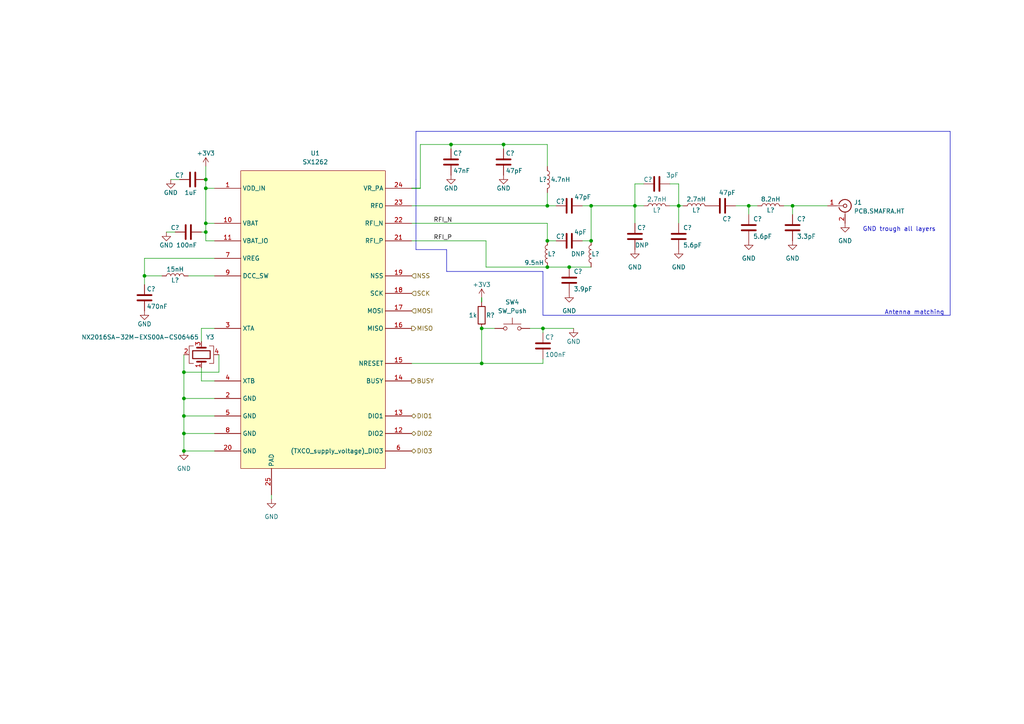
<source format=kicad_sch>
(kicad_sch (version 20230121) (generator eeschema)
  (paper "A4")
  (lib_symbols
    (symbol "Connector:Conn_Coaxial" (pin_names (offset 1.016) hide)
      (property "Reference" "J" (at 0.254 3.048 0))
      (property "Value" "Conn_Coaxial" (at 2.921 0 90))
      (symbol "Conn_Coaxial_0_1"
        (arc (start -1.778 -0.508) (mid 0.2311 -1.8066) (end 1.778 0) (stroke (width 0.254)))
        (polyline (pts (xy -2.54 0) (xy -0.508 0)))
        (polyline (pts (xy 0 -2.54) (xy 0 -1.778)))
        (circle (center 0 0) (radius 0.508) (stroke (width 0.2032)))
        (arc (start 1.778 0) (mid 0.2099 1.8101) (end -1.778 0.508) (stroke (width 0.254)))
      )
      (symbol "Conn_Coaxial_1_1"
        (pin passive line (at -5.08 0 0) (length 2.54) (name "In") (number "1"))
        (pin passive line (at 0 -5.08 90) (length 2.54) (name "Ext") (number "2"))
      )
    )
    (symbol "Device:C" (pin_numbers hide) (pin_names (offset 0.254))
      (property "Reference" "C" (at 0.635 2.54 0))
      (property "Value" "C" (at 0.635 -2.54 0))
      (symbol "C_0_1"
        (polyline (pts (xy -2.032 -0.762) (xy 2.032 -0.762)) (stroke (width 0.508)))
        (polyline (pts (xy -2.032 0.762) (xy 2.032 0.762)) (stroke (width 0.508)))
      )
      (symbol "C_1_1"
        (pin passive line (at 0 3.81 270) (length 2.794) (name "~") (number "1"))
        (pin passive line (at 0 -3.81 90) (length 2.794) (name "~") (number "2"))
      )
    )
    (symbol "Device:Crystal_GND24" (pin_names (offset 1.016) hide)
      (property "Reference" "Y" (at 3.175 5.08 0))
      (property "Value" "Crystal_GND24" (at 3.175 3.175 0))
      (symbol "Crystal_GND24_0_1"
        (rectangle (start -1.143 2.54) (end 1.143 -2.54) (stroke (width 0.3048)))
        (polyline (pts (xy -2.54 0) (xy -2.032 0)))
        (polyline (pts (xy -2.032 -1.27) (xy -2.032 1.27)) (stroke (width 0.508)))
        (polyline (pts (xy 0 -3.81) (xy 0 -3.556)))
        (polyline (pts (xy 0 3.556) (xy 0 3.81)))
        (polyline (pts (xy 2.032 -1.27) (xy 2.032 1.27)) (stroke (width 0.508)))
        (polyline (pts (xy 2.032 0) (xy 2.54 0)))
        (polyline (pts (xy -2.54 -2.286) (xy -2.54 -3.556) (xy 2.54 -3.556) (xy 2.54 -2.286)))
        (polyline (pts (xy -2.54 2.286) (xy -2.54 3.556) (xy 2.54 3.556) (xy 2.54 2.286)))
      )
      (symbol "Crystal_GND24_1_1"
        (pin passive line (at -3.81 0 0) (length 1.27) (name "1") (number "1"))
        (pin passive line (at 0 5.08 270) (length 1.27) (name "2") (number "2"))
        (pin passive line (at 3.81 0 180) (length 1.27) (name "3") (number "3"))
        (pin passive line (at 0 -5.08 90) (length 1.27) (name "4") (number "4"))
      )
    )
    (symbol "Device:L" (pin_numbers hide) (pin_names (offset 1.016) hide)
      (property "Reference" "L" (at -1.27 0 90))
      (property "Value" "L" (at 1.905 0 90))
      (symbol "L_0_1"
        (arc (start 0 -2.54) (mid 0.6323 -1.905) (end 0 -1.27))
        (arc (start 0 -1.27) (mid 0.6323 -0.635) (end 0 0))
        (arc (start 0 0) (mid 0.6323 0.635) (end 0 1.27))
        (arc (start 0 1.27) (mid 0.6323 1.905) (end 0 2.54))
      )
      (symbol "L_1_1"
        (pin passive line (at 0 3.81 270) (length 1.27) (name "1") (number "1"))
        (pin passive line (at 0 -3.81 90) (length 1.27) (name "2") (number "2"))
      )
    )
    (symbol "Device:R" (pin_numbers hide) (pin_names (offset 0))
      (property "Reference" "R" (at 2.032 0 90))
      (property "Value" "R" (at 0 0 90))
      (symbol "R_0_1"
        (rectangle (start -1.016 -2.54) (end 1.016 2.54) (stroke (width 0.254)))
      )
      (symbol "R_1_1"
        (pin passive line (at 0 3.81 270) (length 1.27) (name "~") (number "1"))
        (pin passive line (at 0 -3.81 90) (length 1.27) (name "~") (number "2"))
      )
    )
    (symbol "Switch:SW_Push" (pin_numbers hide) (pin_names (offset 1.016) hide)
      (property "Reference" "SW" (at 1.27 2.54 0))
      (property "Value" "SW_Push" (at 0 -1.524 0))
      (symbol "SW_Push_0_1"
        (circle (center -2.032 0) (radius 0.508))
        (polyline (pts (xy 0 1.27) (xy 0 3.048)))
        (polyline (pts (xy 2.54 1.27) (xy -2.54 1.27)))
        (circle (center 2.032 0) (radius 0.508))
        (pin passive line (at -5.08 0 0) (length 2.54) (name "1") (number "1"))
        (pin passive line (at 5.08 0 180) (length 2.54) (name "2") (number "2"))
      )
    )
    (symbol "custom_library:SX1262"
      (property "Reference" "U1" (at 29.21 86.36 0))
      (property "Value" "SX1262" (at 29.21 83.82 0))
      (symbol "SX1262_1_0"
        (rectangle (start 7.62 81.28) (end 49.53 -5.08) (fill (type background)))
        (pin passive line (at 0 76.2 0) (length 7.62) (name "VDD_IN") (number "1"))
        (pin passive line (at 0 66.04 0) (length 7.62) (name "VBAT") (number "10"))
        (pin passive line (at 0 60.96 0) (length 7.62) (name "VBAT_IO") (number "11"))
        (pin passive line (at 57.15 5.08 180) (length 7.62) (name "DIO2") (number "12"))
        (pin passive line (at 57.15 10.16 180) (length 7.62) (name "DIO1") (number "13"))
        (pin passive line (at 57.15 20.32 180) (length 7.62) (name "BUSY") (number "14"))
        (pin passive line (at 57.15 25.4 180) (length 7.62) (name "NRESET") (number "15"))
        (pin passive line (at 57.15 35.56 180) (length 7.62) (name "MISO") (number "16"))
        (pin passive line (at 57.15 40.64 180) (length 7.62) (name "MOSI") (number "17"))
        (pin passive line (at 57.15 45.72 180) (length 7.62) (name "SCK") (number "18"))
        (pin passive line (at 57.15 50.8 180) (length 7.62) (name "NSS") (number "19"))
        (pin passive line (at 0 15.24 0) (length 7.62) (name "GND") (number "2"))
        (pin passive line (at 0 0 0) (length 7.62) (name "GND") (number "20"))
        (pin passive line (at 57.15 60.96 180) (length 7.62) (name "RFI_P") (number "21"))
        (pin passive line (at 57.15 66.04 180) (length 7.62) (name "RFI_N") (number "22"))
        (pin passive line (at 57.15 71.12 180) (length 7.62) (name "RFO") (number "23"))
        (pin passive line (at 57.15 76.2 180) (length 7.62) (name "VR_PA") (number "24"))
        (pin passive line (at 0 35.56 0) (length 7.62) (name "XTA") (number "3"))
        (pin passive line (at 0 20.32 0) (length 7.62) (name "XTB") (number "4"))
        (pin passive line (at 0 10.16 0) (length 7.62) (name "GND") (number "5"))
        (pin passive line (at 57.15 0 180) (length 7.62) (name "(TXCO_supply_voltage)_DIO3") (number "6"))
        (pin passive line (at 0 55.88 0) (length 7.62) (name "VREG") (number "7"))
        (pin passive line (at 0 5.08 0) (length 7.62) (name "GND") (number "8"))
        (pin passive line (at 0 50.8 0) (length 7.62) (name "DCC_SW") (number "9"))
      )
      (symbol "SX1262_1_1"
        (pin passive line (at 16.51 -12.7 90) (length 7.62) (name "PAD") (number "25"))
      )
    )
    (symbol "power:+3V3" (power) (pin_names (offset 0))
      (property "Value" "+3V3" (at 0 3.556 0))
      (symbol "+3V3_0_1"
        (polyline (pts (xy -0.762 1.27) (xy 0 2.54)))
        (polyline (pts (xy 0 0) (xy 0 2.54)))
        (polyline (pts (xy 0 2.54) (xy 0.762 1.27)))
      )
      (symbol "+3V3_1_1"
        (pin power_in line (at 0 0 90) (length 0) hide (name "+3V3") (number "1"))
      )
    )
    (symbol "power:GND" (power) (pin_names (offset 0))
      (property "Value" "GND" (at 0 -3.81 0))
      (symbol "GND_0_1"
        (polyline (pts (xy 0 0) (xy 0 -1.27) (xy 1.27 -1.27) (xy 0 -2.54) (xy -1.27 -1.27) (xy 0 -1.27)))
      )
      (symbol "GND_1_1"
        (pin power_in line (at 0 0 270) (length 0) hide (name "GND") (number "1"))
      )
    )
  )
  (junction (at 158.75 59.69))
  (junction (at 196.85 59.69))
  (junction (at 59.69 52.07))
  (junction (at 139.7 95.25))
  (junction (at 139.7 105.41))
  (junction (at 184.15 59.69))
  (junction (at 165.1 77.47))
  (junction (at 130.81 41.91))
  (junction (at 59.69 54.61))
  (junction (at 158.75 77.47))
  (junction (at 53.34 107.95))
  (junction (at 217.17 59.69))
  (junction (at 158.75 69.85))
  (junction (at 146.05 41.91))
  (junction (at 53.34 120.65))
  (junction (at 157.48 95.25))
  (junction (at 41.91 80.01))
  (junction (at 59.69 67.31))
  (junction (at 53.34 130.81))
  (junction (at 59.69 64.77))
  (junction (at 171.45 69.85))
  (junction (at 53.34 115.57))
  (junction (at 171.45 59.69))
  (junction (at 53.34 125.73))
  (junction (at 229.87 59.69))
  (wire (pts (xy 53.34 125.73) (xy 62.23 125.73)))
  (wire (pts (xy 41.91 74.93) (xy 41.91 80.01)))
  (wire (pts (xy 171.45 59.69) (xy 184.15 59.69)))
  (wire (pts (xy 41.91 82.55) (xy 41.91 80.01)))
  (wire (pts (xy 184.15 59.69) (xy 186.69 59.69)))
  (polyline (pts (xy 157.48 91.44) (xy 157.48 78.74)))
  (wire (pts (xy 58.42 110.49) (xy 62.23 110.49)))
  (wire (pts (xy 48.26 67.31) (xy 50.8 67.31)))
  (wire (pts (xy 53.34 125.73) (xy 53.34 130.81)))
  (wire (pts (xy 196.85 53.34) (xy 196.85 59.69)))
  (wire (pts (xy 196.85 59.69) (xy 196.85 64.77)))
  (wire (pts (xy 140.97 69.85) (xy 140.97 77.47)))
  (wire (pts (xy 198.12 59.69) (xy 196.85 59.69)))
  (wire (pts (xy 139.7 95.25) (xy 143.51 95.25)))
  (polyline (pts (xy 129.54 78.74) (xy 129.54 72.39)))
  (wire (pts (xy 53.34 115.57) (xy 53.34 120.65)))
  (wire (pts (xy 119.38 59.69) (xy 158.75 59.69)))
  (wire (pts (xy 217.17 62.23) (xy 217.17 59.69)))
  (wire (pts (xy 158.75 59.69) (xy 161.29 59.69)))
  (wire (pts (xy 157.48 95.25) (xy 166.37 95.25)))
  (wire (pts (xy 53.34 102.87) (xy 53.34 107.95)))
  (wire (pts (xy 168.91 69.85) (xy 171.45 69.85)))
  (wire (pts (xy 119.38 105.41) (xy 139.7 105.41)))
  (wire (pts (xy 54.61 80.01) (xy 62.23 80.01)))
  (wire (pts (xy 59.69 48.26) (xy 59.69 52.07)))
  (wire (pts (xy 58.42 67.31) (xy 59.69 67.31)))
  (wire (pts (xy 194.31 59.69) (xy 196.85 59.69)))
  (wire (pts (xy 158.75 64.77) (xy 158.75 69.85)))
  (polyline (pts (xy 275.59 91.44) (xy 157.48 91.44)))
  (wire (pts (xy 59.69 52.07) (xy 59.69 54.61)))
  (wire (pts (xy 58.42 95.25) (xy 58.42 99.06)))
  (wire (pts (xy 62.23 64.77) (xy 59.69 64.77)))
  (wire (pts (xy 119.38 54.61) (xy 121.92 54.61)) (stroke (width 0.254)))
  (wire (pts (xy 184.15 64.77) (xy 184.15 59.69)))
  (wire (pts (xy 119.38 64.77) (xy 158.75 64.77)))
  (wire (pts (xy 53.34 107.95) (xy 53.34 115.57)))
  (wire (pts (xy 41.91 80.01) (xy 46.99 80.01)))
  (wire (pts (xy 184.15 53.34) (xy 184.15 59.69)))
  (polyline (pts (xy 275.59 38.1) (xy 275.59 91.44)))
  (wire (pts (xy 121.92 54.61) (xy 121.92 41.91)))
  (wire (pts (xy 59.69 69.85) (xy 62.23 69.85)))
  (wire (pts (xy 146.05 41.91) (xy 158.75 41.91)))
  (polyline (pts (xy 120.65 52.07) (xy 120.65 72.39)))
  (wire (pts (xy 59.69 54.61) (xy 59.69 64.77)))
  (wire (pts (xy 184.15 53.34) (xy 186.69 53.34)))
  (wire (pts (xy 171.45 59.69) (xy 168.91 59.69)))
  (wire (pts (xy 158.75 69.85) (xy 161.29 69.85)))
  (wire (pts (xy 153.67 95.25) (xy 157.48 95.25)))
  (wire (pts (xy 146.05 43.18) (xy 146.05 41.91)))
  (wire (pts (xy 158.75 77.47) (xy 165.1 77.47)))
  (polyline (pts (xy 120.65 52.07) (xy 120.65 38.1)))
  (polyline (pts (xy 129.54 72.39) (xy 120.65 72.39)))
  (wire (pts (xy 229.87 62.23) (xy 229.87 59.69)))
  (wire (pts (xy 213.36 59.69) (xy 217.17 59.69)))
  (wire (pts (xy 157.48 105.41) (xy 139.7 105.41)))
  (wire (pts (xy 53.34 115.57) (xy 62.23 115.57)))
  (wire (pts (xy 130.81 43.18) (xy 130.81 41.91)))
  (wire (pts (xy 58.42 106.68) (xy 58.42 110.49)))
  (wire (pts (xy 53.34 120.65) (xy 62.23 120.65)))
  (wire (pts (xy 78.74 143.51) (xy 78.74 144.78)))
  (polyline (pts (xy 157.48 78.74) (xy 129.54 78.74)))
  (wire (pts (xy 119.38 69.85) (xy 140.97 69.85)))
  (wire (pts (xy 157.48 95.25) (xy 157.48 96.52)))
  (wire (pts (xy 52.07 52.07) (xy 49.53 52.07)))
  (wire (pts (xy 58.42 95.25) (xy 62.23 95.25)))
  (wire (pts (xy 139.7 86.36) (xy 139.7 87.63)) (stroke (width 0.254)))
  (wire (pts (xy 59.69 67.31) (xy 59.69 69.85)))
  (wire (pts (xy 53.34 107.95) (xy 63.5 107.95)))
  (wire (pts (xy 53.34 130.81) (xy 62.23 130.81)))
  (wire (pts (xy 130.81 41.91) (xy 146.05 41.91)))
  (wire (pts (xy 227.33 59.69) (xy 229.87 59.69)))
  (wire (pts (xy 121.92 41.91) (xy 130.81 41.91)))
  (wire (pts (xy 140.97 77.47) (xy 158.75 77.47)))
  (wire (pts (xy 139.7 105.41) (xy 139.7 95.25)))
  (wire (pts (xy 59.69 54.61) (xy 62.23 54.61)))
  (wire (pts (xy 53.34 120.65) (xy 53.34 125.73)))
  (wire (pts (xy 229.87 59.69) (xy 240.03 59.69)))
  (wire (pts (xy 194.31 53.34) (xy 196.85 53.34)))
  (wire (pts (xy 165.1 77.47) (xy 171.45 77.47)))
  (wire (pts (xy 158.75 55.88) (xy 158.75 59.69)))
  (wire (pts (xy 157.48 104.14) (xy 157.48 105.41)))
  (wire (pts (xy 158.75 41.91) (xy 158.75 48.26)))
  (wire (pts (xy 171.45 59.69) (xy 171.45 69.85)))
  (wire (pts (xy 62.23 74.93) (xy 41.91 74.93)))
  (wire (pts (xy 59.69 64.77) (xy 59.69 67.31)))
  (polyline (pts (xy 120.65 38.1) (xy 275.59 38.1)))
  (wire (pts (xy 63.5 102.87) (xy 63.5 107.95)))
  (wire (pts (xy 219.71 59.69) (xy 217.17 59.69)))
  (text "GND trough all layers" (at 250.19 67.31 0) (effects (font (size 1.27 1.27)) (justify left bottom)))
  (text "Antenna matching" (at 256.54 91.44 0) (effects (font (size 1.27 1.27)) (justify left bottom)))
  (label "RFI_N" (at 125.73 64.77 0))
  (label "RFI_P" (at 125.73 69.85 0))
  (hierarchical_label "BUSY" (shape output) (at 119.38 110.49 0))
  (hierarchical_label "MOSI" (shape input) (at 119.38 90.17 0))
  (hierarchical_label "DIO3" (shape bidirectional) (at 119.38 130.81 0))
  (hierarchical_label "SCK" (shape input) (at 119.38 85.09 0))
  (hierarchical_label "MISO" (shape output) (at 119.38 95.25 0))
  (hierarchical_label "DIO1" (shape bidirectional) (at 119.38 120.65 0))
  (hierarchical_label "DIO2" (shape bidirectional) (at 119.38 125.73 0))
  (hierarchical_label "NSS" (shape input) (at 119.38 80.01 0))
  (symbol (lib_id "Device:C") (at 165.1 81.28 0) (unit 1)
    (property "Reference" "C?" (at 166.37 78.74 0) (effects (justify left)))
    (property "Value" "3.9pF" (at 166.37 83.82 0) (effects (justify left)))
    (property "Footprint" "Capacitor_SMD:C_0603_1608Metric_Pad1.08x0.95mm_HandSolder" (effects hide))
    (property "Datasheet" "0603N3R9B500CT" (effects hide))
    (instances (project "mainboard" (path "" (reference "C?") (unit 1))) (project "transceiver_board" (path "" (reference "C9") (unit 1))) (project "transceiver" (path "" (reference "C?") (unit 1))))
  )
  (symbol (lib_id "Device:L") (at 50.8 80.01 90) (unit 1)
    (property "Reference" "L?" (at 50.8 81.28 90))
    (property "Value" "15nH" (at 50.8 78.105 90))
    (property "Footprint" "Inductor_SMD:L_0603_1608Metric_Pad1.05x0.95mm_HandSolder" (effects hide))
    (property "PUBLISHED" "8-Jun-2000" (effects hide))
    (property "LATESTREVISIONDATE" "29-May-2009" (effects hide))
    (property "LATESTREVISIONNOTE" "IPC-7351 Footprint Added." (effects hide))
    (property "PACKAGEREFERENCE" "0402-A" (effects hide))
    (property "PUBLISHER" "Altium Limited" (effects hide))
    (property "PACKAGEDESCRIPTION" "Chip Inductor" (effects hide))
    (property "CODE_JEITA" "0402" (effects hide))
    (property "CODE_IEC" "1005" (effects hide))
    (property "ALTIUM_VALUE" "15uH" (effects hide))
    (instances (project "mainboard" (path "" (reference "L?") (unit 1))) (project "transceiver_board" (path "" (reference "L1") (unit 1))) (project "transceiver" (path "" (reference "L?") (unit 1))))
  )
  (symbol (lib_id "Device:L") (at 158.75 52.07 0) (unit 1)
    (property "Reference" "L?" (at 157.48 52.07 0))
    (property "Value" "4.7nH" (at 162.56 52.07 0))
    (property "Footprint" "Inductor_SMD:L_0603_1608Metric_Pad1.05x0.95mm_HandSolder" (effects hide))
    (property "Datasheet" "LQG18HN4N7S00D" (effects hide))
    (property "PUBLISHED" "8-Jun-2000" (effects hide))
    (property "LATESTREVISIONDATE" "29-May-2009" (effects hide))
    (property "LATESTREVISIONNOTE" "IPC-7351 Footprint Added." (effects hide))
    (property "PACKAGEREFERENCE" "0402-A" (effects hide))
    (property "PUBLISHER" "Altium Limited" (effects hide))
    (property "PACKAGEDESCRIPTION" "Chip Inductor" (effects hide))
    (property "CODE_JEITA" "0402" (effects hide))
    (property "CODE_IEC" "1005" (effects hide))
    (property "ALTIUM_VALUE" "4.7nH" (effects hide))
    (instances (project "mainboard" (path "" (reference "L?") (unit 1))) (project "transceiver_board" (path "" (reference "L2") (unit 1))) (project "transceiver" (path "" (reference "L?") (unit 1))))
  )
  (symbol (lib_id "Device:C") (at 165.1 59.69 90) (unit 1)
    (property "Reference" "C?" (at 163.83 58.42 90) (effects (justify left)))
    (property "Value" "47pF" (at 171.45 57.15 90) (effects (justify left)))
    (property "Footprint" "Capacitor_SMD:C_0402_1005Metric_Pad0.74x0.62mm_HandSolder" (effects hide))
    (instances (project "mainboard" (path "" (reference "C?") (unit 1))) (project "transceiver_board" (path "" (reference "C7") (unit 1))) (project "transceiver" (path "" (reference "C?") (unit 1))))
  )
  (symbol (lib_id "Device:C") (at 184.15 68.58 0) (unit 1)
    (property "Reference" "C?" (at 184.785 66.04 0) (effects (justify left)))
    (property "Value" "DNP" (at 184.15 71.12 0) (effects (justify left)))
    (property "Footprint" "Capacitor_SMD:C_0402_1005Metric_Pad0.74x0.62mm_HandSolder" (effects hide))
    (instances (project "mainboard" (path "" (reference "C?") (unit 1))) (project "transceiver_board" (path "" (reference "C10") (unit 1))) (project "transceiver" (path "" (reference "C?") (unit 1))))
  )
  (symbol (lib_id "Device:C") (at 41.91 86.36 0) (unit 1)
    (property "Reference" "C?" (at 42.545 83.82 0) (effects (justify left)))
    (property "Value" "470nF" (at 42.545 88.9 0) (effects (justify left)))
    (property "Footprint" "Capacitor_SMD:C_0603_1608Metric_Pad1.08x0.95mm_HandSolder" (effects hide))
    (property "PUBLISHED" "8-Jun-2000" (effects hide))
    (property "LATESTREVISIONDATE" "29-May-2009" (effects hide))
    (property "LATESTREVISIONNOTE" "IPC-7351 Footprint Added." (effects hide))
    (property "PACKAGEREFERENCE" "C1206" (effects hide))
    (property "PUBLISHER" "Altium Limited" (effects hide))
    (property "PACKAGEDESCRIPTION" "Chip Capacitor" (effects hide))
    (property "ALTIUM_VALUE" "470nF" (effects hide))
    (instances (project "mainboard" (path "" (reference "C?") (unit 1))) (project "transceiver_board" (path "" (reference "C2") (unit 1))) (project "transceiver" (path "" (reference "C?") (unit 1))))
  )
  (symbol (lib_id "Device:L") (at 158.75 73.66 180) (unit 1)
    (property "Reference" "L?" (at 160.02 73.66 0))
    (property "Value" "9.5nH" (at 154.94 76.2 0))
    (property "Footprint" "Inductor_SMD:L_0603_1608Metric_Pad1.05x0.95mm_HandSolder" (effects hide))
    (property "Datasheet" "LQW18AN8N2G80D" (effects hide))
    (property "PUBLISHED" "8-Jun-2000" (effects hide))
    (property "LATESTREVISIONDATE" "29-May-2009" (effects hide))
    (property "LATESTREVISIONNOTE" "IPC-7351 Footprint Added." (effects hide))
    (property "PACKAGEREFERENCE" "0402-A" (effects hide))
    (property "PUBLISHER" "Altium Limited" (effects hide))
    (property "PACKAGEDESCRIPTION" "Chip Inductor" (effects hide))
    (property "CODE_JEITA" "0402" (effects hide))
    (property "CODE_IEC" "1005" (effects hide))
    (property "ALTIUM_VALUE" "15uH" (effects hide))
    (instances (project "mainboard" (path "" (reference "L?") (unit 1))) (project "transceiver_board" (path "" (reference "L3") (unit 1))) (project "transceiver" (path "" (reference "L?") (unit 1))))
  )
  (symbol (lib_id "Device:C") (at 209.55 59.69 90) (unit 1)
    (property "Reference" "C?" (at 212.09 63.5 90) (effects (justify left)))
    (property "Value" "47pF" (at 213.36 55.88 90) (effects (justify left)))
    (property "Footprint" "Capacitor_SMD:C_0402_1005Metric_Pad0.74x0.62mm_HandSolder" (effects hide))
    (property "Datasheet" "04025A470JAT2A" (effects hide))
    (instances (project "mainboard" (path "" (reference "C?") (unit 1))) (project "transceiver_board" (path "" (reference "C13") (unit 1))) (project "transceiver" (path "" (reference "C?") (unit 1))))
  )
  (symbol (lib_id "Device:C") (at 229.87 66.04 0) (unit 1)
    (property "Reference" "C?" (at 231.14 63.5 0) (effects (justify left)))
    (property "Value" "3.3pF" (at 231.14 68.58 0) (effects (justify left)))
    (property "Footprint" "Capacitor_SMD:C_0603_1608Metric_Pad1.08x0.95mm_HandSolder" (effects hide))
    (property "Datasheet" "06035A3R3BAT2A" (effects hide))
    (instances (project "mainboard" (path "" (reference "C?") (unit 1))) (project "transceiver_board" (path "" (reference "C15") (unit 1))) (project "transceiver" (path "" (reference "C?") (unit 1))))
  )
  (symbol (lib_id "power:GND") (at 146.05 50.8 0) (unit 1)
    (property "Reference" "#PWR?" (effects hide))
    (property "Value" "GND" (at 146.05 54.61 0))
    (instances (project "mainboard" (path "" (reference "#PWR?") (unit 1))) (project "transceiver_board" (path "" (reference "#PWR09") (unit 1))) (project "transceiver" (path "" (reference "#PWR?") (unit 1))))
  )
  (symbol (lib_id "Device:Crystal_GND24") (at 58.42 102.87 90) (unit 1)
    (property "Reference" "Y3" (at 60.96 97.79 90))
    (property "Value" "NX2016SA-32M-EXS00A-CS06465" (at 40.64 97.79 90))
    (property "Footprint" "custom:NX2016SA-32M-EXS00A-CS06465" (effects hide))
    (property "Datasheet" "https://www.mouser.ee/datasheet/2/905/ndk_08142018_NX2016SA-32M-EXS00A-CS06465_SS-1389053.pdf" (effects hide))
  )
  (symbol (lib_id "power:GND") (at 49.53 52.07 0) (unit 1)
    (property "Reference" "#PWR?" (effects hide))
    (property "Value" "GND" (at 49.53 55.88 0))
    (instances (project "mainboard" (path "" (reference "#PWR?") (unit 1))) (project "transceiver_board" (path "" (reference "#PWR03") (unit 1))) (project "transceiver" (path "" (reference "#PWR?") (unit 1))))
  )
  (symbol (lib_id "Device:C") (at 130.81 46.99 0) (unit 1)
    (property "Reference" "C?" (at 131.445 44.45 0) (effects (justify left)))
    (property "Value" "47nF" (at 131.445 49.53 0) (effects (justify left)))
    (property "Footprint" "Capacitor_SMD:C_0402_1005Metric_Pad0.74x0.62mm_HandSolder" (effects hide))
    (property "Datasheet" "CC0402JRX7R7BB473" (effects hide))
    (property "PUBLISHED" "8-Jun-2000" (effects hide))
    (property "LATESTREVISIONDATE" "29-May-2009" (effects hide))
    (property "LATESTREVISIONNOTE" "IPC-7351 Footprint Added." (effects hide))
    (property "PACKAGEREFERENCE" "C1206" (effects hide))
    (property "PUBLISHER" "Altium Limited" (effects hide))
    (property "PACKAGEDESCRIPTION" "Chip Capacitor" (effects hide))
    (property "ALTIUM_VALUE" "47nF" (effects hide))
    (instances (project "mainboard" (path "" (reference "C?") (unit 1))) (project "transceiver_board" (path "" (reference "C5") (unit 1))) (project "transceiver" (path "" (reference "C?") (unit 1))))
  )
  (symbol (lib_id "Switch:SW_Push") (at 148.59 95.25 0) (unit 1)
    (property "Reference" "SW4" (at 148.59 87.63 0))
    (property "Value" "SW_Push" (at 148.59 90.17 0))
    (property "Footprint" "Button_Switch_SMD:SW_SPST_EVQQ2" (effects hide))
  )
  (symbol (lib_id "Device:L") (at 223.52 59.69 90) (unit 1)
    (property "Reference" "L?" (at 223.52 60.96 90))
    (property "Value" "8.2nH" (at 223.52 57.785 90))
    (property "Footprint" "Inductor_SMD:L_0603_1608Metric_Pad1.05x0.95mm_HandSolder" (effects hide))
    (property "Datasheet" "LQW18AN8N2G80D" (effects hide))
    (property "PUBLISHED" "8-Jun-2000" (effects hide))
    (property "LATESTREVISIONDATE" "29-May-2009" (effects hide))
    (property "LATESTREVISIONNOTE" "IPC-7351 Footprint Added." (effects hide))
    (property "PACKAGEREFERENCE" "0402-A" (effects hide))
    (property "PUBLISHER" "Altium Limited" (effects hide))
    (property "PACKAGEDESCRIPTION" "Chip Inductor" (effects hide))
    (property "CODE_JEITA" "0402" (effects hide))
    (property "CODE_IEC" "1005" (effects hide))
    (property "ALTIUM_VALUE" "15uH" (effects hide))
    (instances (project "mainboard" (path "" (reference "L?") (unit 1))) (project "transceiver_board" (path "" (reference "L7") (unit 1))) (project "transceiver" (path "" (reference "L?") (unit 1))))
  )
  (symbol (lib_id "power:GND") (at 184.15 72.39 0) (unit 1)
    (property "Reference" "#PWR01" (effects hide))
    (property "Value" "GND" (at 184.15 77.47 0))
    (instances (project "mainboard" (path "" (reference "#PWR01") (unit 1))) (project "transceiver_board" (path "" (reference "#PWR011") (unit 1))) (project "transceiver" (path "" (reference "#PWR01") (unit 1))))
  )
  (symbol (lib_id "Device:L") (at 171.45 73.66 180) (unit 1)
    (property "Reference" "L?" (at 172.72 73.66 0))
    (property "Value" "DNP" (at 167.64 73.66 0))
    (property "Footprint" "Inductor_SMD:L_0603_1608Metric_Pad1.05x0.95mm_HandSolder" (effects hide))
    (property "PUBLISHED" "8-Jun-2000" (effects hide))
    (property "LATESTREVISIONDATE" "29-May-2009" (effects hide))
    (property "LATESTREVISIONNOTE" "IPC-7351 Footprint Added." (effects hide))
    (property "PACKAGEREFERENCE" "0402-A" (effects hide))
    (property "PUBLISHER" "Altium Limited" (effects hide))
    (property "PACKAGEDESCRIPTION" "Chip Inductor" (effects hide))
    (property "CODE_JEITA" "0402" (effects hide))
    (property "CODE_IEC" "1005" (effects hide))
    (property "ALTIUM_VALUE" "15uH" (effects hide))
    (instances (project "mainboard" (path "" (reference "L?") (unit 1))) (project "transceiver_board" (path "" (reference "L4") (unit 1))) (project "transceiver" (path "" (reference "L?") (unit 1))))
  )
  (symbol (lib_id "Device:C") (at 217.17 66.04 0) (unit 1)
    (property "Reference" "C?" (at 218.44 63.5 0) (effects (justify left)))
    (property "Value" "5.6pF" (at 218.44 68.58 0) (effects (justify left)))
    (property "Footprint" "Capacitor_SMD:C_0402_1005Metric_Pad0.74x0.62mm_HandSolder" (effects hide))
    (property "Datasheet" "GCM1555C1H5R6BA16D" (effects hide))
    (instances (project "mainboard" (path "" (reference "C?") (unit 1))) (project "transceiver_board" (path "" (reference "C14") (unit 1))) (project "transceiver" (path "" (reference "C?") (unit 1))))
  )
  (symbol (lib_id "Device:L") (at 190.5 59.69 90) (unit 1)
    (property "Reference" "L?" (at 190.5 60.96 90))
    (property "Value" "2.7nH" (at 190.5 57.785 90))
    (property "Footprint" "Inductor_SMD:L_0603_1608Metric_Pad1.05x0.95mm_HandSolder" (effects hide))
    (property "Datasheet" "LQG18HN2N7S00D" (effects hide))
    (property "PUBLISHED" "8-Jun-2000" (effects hide))
    (property "LATESTREVISIONDATE" "29-May-2009" (effects hide))
    (property "LATESTREVISIONNOTE" "IPC-7351 Footprint Added." (effects hide))
    (property "PACKAGEREFERENCE" "0402-A" (effects hide))
    (property "PUBLISHER" "Altium Limited" (effects hide))
    (property "PACKAGEDESCRIPTION" "Chip Inductor" (effects hide))
    (property "CODE_JEITA" "0402" (effects hide))
    (property "CODE_IEC" "1005" (effects hide))
    (property "ALTIUM_VALUE" "15uH" (effects hide))
    (instances (project "mainboard" (path "" (reference "L?") (unit 1))) (project "transceiver_board" (path "" (reference "L5") (unit 1))) (project "transceiver" (path "" (reference "L?") (unit 1))))
  )
  (symbol (lib_id "Device:C") (at 146.05 46.99 0) (unit 1)
    (property "Reference" "C?" (at 146.685 44.45 0) (effects (justify left)))
    (property "Value" "47pF" (at 146.685 49.53 0) (effects (justify left)))
    (property "Footprint" "Capacitor_SMD:C_0402_1005Metric_Pad0.74x0.62mm_HandSolder" (effects hide))
    (property "Datasheet" "04025A470JAT2A" (effects hide))
    (property "PUBLISHED" "8-Jun-2000" (effects hide))
    (property "LATESTREVISIONDATE" "29-May-2009" (effects hide))
    (property "LATESTREVISIONNOTE" "IPC-7351 Footprint Added." (effects hide))
    (property "PACKAGEREFERENCE" "C1206" (effects hide))
    (property "PUBLISHER" "Altium Limited" (effects hide))
    (property "PACKAGEDESCRIPTION" "Chip Capacitor" (effects hide))
    (property "ALTIUM_VALUE" "47pF" (effects hide))
    (instances (project "mainboard" (path "" (reference "C?") (unit 1))) (project "transceiver_board" (path "" (reference "C6") (unit 1))) (project "transceiver" (path "" (reference "C?") (unit 1))))
  )
  (symbol (lib_id "Device:C") (at 190.5 53.34 90) (unit 1)
    (property "Reference" "C?" (at 189.23 52.07 90) (effects (justify left)))
    (property "Value" "3pF" (at 196.85 50.8 90) (effects (justify left)))
    (property "Footprint" "Capacitor_SMD:C_0402_1005Metric_Pad0.74x0.62mm_HandSolder" (effects hide))
    (property "Datasheet" "CBR04C309B5GAC" (effects hide))
    (instances (project "mainboard" (path "" (reference "C?") (unit 1))) (project "transceiver_board" (path "" (reference "C11") (unit 1))) (project "transceiver" (path "" (reference "C?") (unit 1))))
  )
  (symbol (lib_id "Device:C") (at 54.61 67.31 90) (unit 1)
    (property "Reference" "C?" (at 52.07 66.04 90) (effects (justify left)))
    (property "Value" "100nF" (at 57.15 71.12 90) (effects (justify left)))
    (property "Footprint" "Capacitor_SMD:C_0603_1608Metric_Pad1.08x0.95mm_HandSolder" (effects hide))
    (property "PUBLISHED" "8-Jun-2000" (effects hide))
    (property "LATESTREVISIONDATE" "29-May-2009" (effects hide))
    (property "LATESTREVISIONNOTE" "IPC-7351 Footprint Added." (effects hide))
    (property "PACKAGEREFERENCE" "C1206" (effects hide))
    (property "PUBLISHER" "Altium Limited" (effects hide))
    (property "PACKAGEDESCRIPTION" "Chip Capacitor" (effects hide))
    (property "ALTIUM_VALUE" "100nF" (effects hide))
    (instances (project "mainboard" (path "" (reference "C?") (unit 1))) (project "transceiver_board" (path "" (reference "C3") (unit 1))) (project "transceiver" (path "" (reference "C?") (unit 1))))
  )
  (symbol (lib_id "Connector:Conn_Coaxial") (at 245.11 59.69 0) (unit 1)
    (property "Reference" "J1" (at 247.65 58.7132 0) (effects (justify left)))
    (property "Value" "PCB.SMAFRA.HT" (at 247.65 61.2532 0) (effects (justify left)))
    (property "Footprint" "Connector_Coaxial:SMA_Amphenol_901-143_Horizontal" (effects hide))
    (property "Datasheet" "https://www.mouser.ee/datasheet/2/398/PCB_SMAFRA_HT-3137267.pdf" (effects hide))
  )
  (symbol (lib_id "power:GND") (at 165.1 85.09 0) (unit 1)
    (property "Reference" "#PWR06" (effects hide))
    (property "Value" "GND" (at 165.1 90.17 0))
    (instances (project "mainboard" (path "" (reference "#PWR06") (unit 1))) (project "transceiver_board" (path "" (reference "#PWR010") (unit 1))) (project "transceiver" (path "" (reference "#PWR06") (unit 1))))
  )
  (symbol (lib_id "power:GND") (at 196.85 72.39 0) (unit 1)
    (property "Reference" "#PWR02" (effects hide))
    (property "Value" "GND" (at 196.85 77.47 0))
    (instances (project "mainboard" (path "" (reference "#PWR02") (unit 1))) (project "transceiver_board" (path "" (reference "#PWR012") (unit 1))) (project "transceiver" (path "" (reference "#PWR02") (unit 1))))
  )
  (symbol (lib_id "power:+3V3") (at 139.7 86.36 0) (unit 1)
    (property "Reference" "#PWR07" (effects hide))
    (property "Value" "+3V3" (at 139.7 82.55 0))
    (instances (project "mainboard" (path "" (reference "#PWR07") (unit 1)) (path "" (reference "#PWR010") (unit 1))) (project "transceiver_board" (path "" (reference "#PWR06") (unit 1))) (project "transceiver" (path "" (reference "#PWR07") (unit 1))))
  )
  (symbol (lib_id "Device:C") (at 196.85 68.58 0) (unit 1)
    (property "Reference" "C?" (at 198.12 66.04 0) (effects (justify left)))
    (property "Value" "5.6pF" (at 198.12 71.12 0) (effects (justify left)))
    (property "Footprint" "Capacitor_SMD:C_0402_1005Metric_Pad0.74x0.62mm_HandSolder" (effects hide))
    (property "Datasheet" "GCM1555C1H5R6BA16D" (effects hide))
    (instances (project "mainboard" (path "" (reference "C?") (unit 1))) (project "transceiver_board" (path "" (reference "C12") (unit 1))) (project "transceiver" (path "" (reference "C?") (unit 1))))
  )
  (symbol (lib_id "power:GND") (at 245.11 64.77 0) (unit 1)
    (property "Reference" "#PWR05" (effects hide))
    (property "Value" "GND" (at 245.11 69.85 0))
    (instances (project "mainboard" (path "" (reference "#PWR05") (unit 1))) (project "transceiver_board" (path "" (reference "#PWR015") (unit 1))) (project "transceiver" (path "" (reference "#PWR05") (unit 1))))
  )
  (symbol (lib_id "power:GND") (at 217.17 69.85 0) (unit 1)
    (property "Reference" "#PWR03" (effects hide))
    (property "Value" "GND" (at 217.17 74.93 0))
    (instances (project "mainboard" (path "" (reference "#PWR03") (unit 1))) (project "transceiver_board" (path "" (reference "#PWR013") (unit 1))) (project "transceiver" (path "" (reference "#PWR03") (unit 1))))
  )
  (symbol (lib_id "power:GND") (at 41.91 90.17 0) (unit 1)
    (property "Reference" "#PWR?" (effects hide))
    (property "Value" "GND" (at 41.91 93.98 0))
    (instances (project "mainboard" (path "" (reference "#PWR?") (unit 1))) (project "transceiver_board" (path "" (reference "#PWR01") (unit 1))) (project "transceiver" (path "" (reference "#PWR?") (unit 1))))
  )
  (symbol (lib_id "power:GND") (at 48.26 67.31 0) (unit 1)
    (property "Reference" "#PWR?" (effects hide))
    (property "Value" "GND" (at 48.26 71.12 0))
    (instances (project "mainboard" (path "" (reference "#PWR?") (unit 1))) (project "transceiver_board" (path "" (reference "#PWR02") (unit 1))) (project "transceiver" (path "" (reference "#PWR?") (unit 1))))
  )
  (symbol (lib_id "power:GND") (at 166.37 95.25 0) (unit 1)
    (property "Reference" "#PWR?" (effects hide))
    (property "Value" "GND" (at 166.37 99.06 0))
    (instances (project "mainboard" (path "" (reference "#PWR?") (unit 1))) (project "transceiver_board" (path "" (reference "#PWR07") (unit 1))) (project "transceiver" (path "" (reference "#PWR?") (unit 1))))
  )
  (symbol (lib_id "Device:C") (at 165.1 69.85 90) (unit 1)
    (property "Reference" "C?" (at 163.83 68.58 90) (effects (justify left)))
    (property "Value" "4pF" (at 170.18 67.31 90) (effects (justify left)))
    (property "Footprint" "Capacitor_SMD:C_0402_1005Metric_Pad0.74x0.62mm_HandSolder" (effects hide))
    (property "Datasheet" "CBR04C409B5GAC" (effects hide))
    (instances (project "mainboard" (path "" (reference "C?") (unit 1))) (project "transceiver_board" (path "" (reference "C8") (unit 1))) (project "transceiver" (path "" (reference "C?") (unit 1))))
  )
  (symbol (lib_id "Device:C") (at 157.48 100.33 0) (unit 1)
    (property "Reference" "C?" (at 158.115 97.79 0) (effects (justify left)))
    (property "Value" "100nF" (at 158.115 102.87 0) (effects (justify left)))
    (property "Footprint" "Capacitor_SMD:C_0603_1608Metric_Pad1.08x0.95mm_HandSolder" (effects hide))
    (property "PUBLISHED" "8-Jun-2000" (effects hide))
    (property "LATESTREVISIONDATE" "29-May-2009" (effects hide))
    (property "LATESTREVISIONNOTE" "IPC-7351 Footprint Added." (effects hide))
    (property "PACKAGEREFERENCE" "C1206" (effects hide))
    (property "PUBLISHER" "Altium Limited" (effects hide))
    (property "PACKAGEDESCRIPTION" "Chip Capacitor" (effects hide))
    (property "ALTIUM_VALUE" "100nF" (effects hide))
    (instances (project "mainboard" (path "" (reference "C?") (unit 1))) (project "transceiver_board" (path "" (reference "C1") (unit 1))) (project "transceiver" (path "" (reference "C?") (unit 1))))
  )
  (symbol (lib_id "custom_library:SX1262") (at 62.23 130.81 0) (unit 1)
    (property "Reference" "U1" (at 91.44 44.45 0))
    (property "Value" "SX1262" (at 91.44 46.99 0))
    (property "Footprint" "custom:SX1262" (effects hide))
  )
  (symbol (lib_id "power:GND") (at 229.87 69.85 0) (unit 1)
    (property "Reference" "#PWR04" (effects hide))
    (property "Value" "GND" (at 229.87 74.93 0))
    (instances (project "mainboard" (path "" (reference "#PWR04") (unit 1))) (project "transceiver_board" (path "" (reference "#PWR014") (unit 1))) (project "transceiver" (path "" (reference "#PWR04") (unit 1))))
  )
  (symbol (lib_id "power:GND") (at 130.81 50.8 0) (unit 1)
    (property "Reference" "#PWR?" (effects hide))
    (property "Value" "GND" (at 130.81 54.61 0))
    (instances (project "mainboard" (path "" (reference "#PWR?") (unit 1))) (project "transceiver_board" (path "" (reference "#PWR08") (unit 1))) (project "transceiver" (path "" (reference "#PWR?") (unit 1))))
  )
  (symbol (lib_id "power:+3V3") (at 59.69 48.26 0) (unit 1)
    (property "Reference" "#PWR07" (effects hide))
    (property "Value" "+3V3" (at 59.69 44.45 0))
    (instances (project "mainboard" (path "" (reference "#PWR07") (unit 1)) (path "" (reference "#PWR011") (unit 1))) (project "transceiver_board" (path "" (reference "#PWR04") (unit 1))) (project "transceiver" (path "" (reference "#PWR07") (unit 1))))
  )
  (symbol (lib_id "power:GND") (at 78.74 144.78 0) (unit 1)
    (property "Reference" "#PWR043" (effects hide))
    (property "Value" "GND" (at 78.74 149.86 0))
  )
  (symbol (lib_id "power:GND") (at 53.34 130.81 0) (unit 1)
    (property "Reference" "#PWR05" (effects hide))
    (property "Value" "GND" (at 53.34 135.89 0))
  )
  (symbol (lib_id "Device:R") (at 139.7 91.44 0) (unit 1)
    (property "Reference" "R?" (at 142.24 91.44 0))
    (property "Value" "1k" (at 137.16 91.44 0))
    (property "Footprint" "Resistor_SMD:R_0603_1608Metric_Pad0.98x0.95mm_HandSolder" (effects hide))
    (property "PUBLISHED" "8-Jun-2000" (effects hide))
    (property "LATESTREVISIONDATE" "29-May-2009" (effects hide))
    (property "LATESTREVISIONNOTE" "IPC-7351 Footprint Added." (effects hide))
    (property "PACKAGEREFERENCE" "J1-0603" (effects hide))
    (property "PUBLISHER" "Altium Limited" (effects hide))
    (property "PACKAGEDESCRIPTION" "Chip Resistor" (effects hide))
    (property "ALTIUM_VALUE" "1K" (effects hide))
    (instances (project "mainboard" (path "" (reference "R?") (unit 1))) (project "transceiver_board" (path "" (reference "R1") (unit 1))) (project "transceiver" (path "" (reference "R?") (unit 1))))
  )
  (symbol (lib_id "Device:L") (at 201.93 59.69 90) (unit 1)
    (property "Reference" "L?" (at 201.93 60.96 90))
    (property "Value" "2.7nH" (at 201.93 57.785 90))
    (property "Footprint" "Inductor_SMD:L_0603_1608Metric_Pad1.05x0.95mm_HandSolder" (effects hide))
    (property "Datasheet" "LQG18HN2N7S00D" (effects hide))
    (property "PUBLISHED" "8-Jun-2000" (effects hide))
    (property "LATESTREVISIONDATE" "29-May-2009" (effects hide))
    (property "LATESTREVISIONNOTE" "IPC-7351 Footprint Added." (effects hide))
    (property "PACKAGEREFERENCE" "0402-A" (effects hide))
    (property "PUBLISHER" "Altium Limited" (effects hide))
    (property "PACKAGEDESCRIPTION" "Chip Inductor" (effects hide))
    (property "CODE_JEITA" "0402" (effects hide))
    (property "CODE_IEC" "1005" (effects hide))
    (property "ALTIUM_VALUE" "15uH" (effects hide))
    (instances (project "mainboard" (path "" (reference "L?") (unit 1))) (project "transceiver_board" (path "" (reference "L6") (unit 1))) (project "transceiver" (path "" (reference "L?") (unit 1))))
  )
  (symbol (lib_id "Device:C") (at 55.88 52.07 90) (unit 1)
    (property "Reference" "C?" (at 53.34 50.8 90) (effects (justify left)))
    (property "Value" "1uF" (at 57.15 55.88 90) (effects (justify left)))
    (property "Footprint" "Capacitor_SMD:C_0603_1608Metric_Pad1.08x0.95mm_HandSolder" (effects hide))
    (property "PUBLISHED" "8-Jun-2000" (effects hide))
    (property "LATESTREVISIONDATE" "29-May-2009" (effects hide))
    (property "LATESTREVISIONNOTE" "IPC-7351 Footprint Added." (effects hide))
    (property "PACKAGEREFERENCE" "C1206" (effects hide))
    (property "PUBLISHER" "Altium Limited" (effects hide))
    (property "PACKAGEDESCRIPTION" "Chip Capacitor" (effects hide))
    (property "ALTIUM_VALUE" "1uF" (effects hide))
    (instances (project "mainboard" (path "" (reference "C?") (unit 1))) (project "transceiver_board" (path "" (reference "C4") (unit 1))) (project "transceiver" (path "" (reference "C?") (unit 1))))
  )
)
</source>
